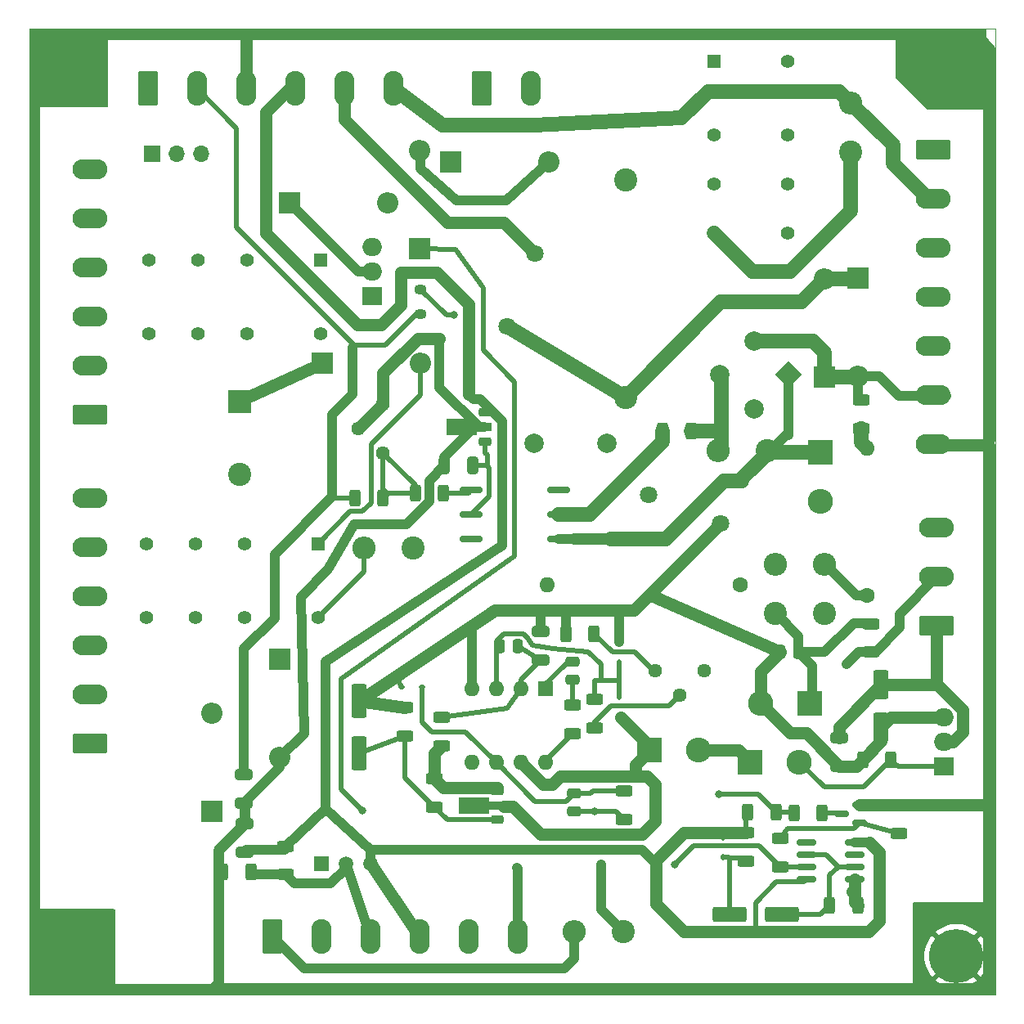
<source format=gbr>
%TF.GenerationSoftware,KiCad,Pcbnew,8.0.0*%
%TF.CreationDate,2024-02-29T13:53:57+01:00*%
%TF.ProjectId,G2-Control,47322d43-6f6e-4747-926f-6c2e6b696361,rev?*%
%TF.SameCoordinates,Original*%
%TF.FileFunction,Copper,L1,Top*%
%TF.FilePolarity,Positive*%
%FSLAX46Y46*%
G04 Gerber Fmt 4.6, Leading zero omitted, Abs format (unit mm)*
G04 Created by KiCad (PCBNEW 8.0.0) date 2024-02-29 13:53:57*
%MOMM*%
%LPD*%
G01*
G04 APERTURE LIST*
G04 Aperture macros list*
%AMRoundRect*
0 Rectangle with rounded corners*
0 $1 Rounding radius*
0 $2 $3 $4 $5 $6 $7 $8 $9 X,Y pos of 4 corners*
0 Add a 4 corners polygon primitive as box body*
4,1,4,$2,$3,$4,$5,$6,$7,$8,$9,$2,$3,0*
0 Add four circle primitives for the rounded corners*
1,1,$1+$1,$2,$3*
1,1,$1+$1,$4,$5*
1,1,$1+$1,$6,$7*
1,1,$1+$1,$8,$9*
0 Add four rect primitives between the rounded corners*
20,1,$1+$1,$2,$3,$4,$5,0*
20,1,$1+$1,$4,$5,$6,$7,0*
20,1,$1+$1,$6,$7,$8,$9,0*
20,1,$1+$1,$8,$9,$2,$3,0*%
%AMHorizOval*
0 Thick line with rounded ends*
0 $1 width*
0 $2 $3 position (X,Y) of the first rounded end (center of the circle)*
0 $4 $5 position (X,Y) of the second rounded end (center of the circle)*
0 Add line between two ends*
20,1,$1,$2,$3,$4,$5,0*
0 Add two circle primitives to create the rounded ends*
1,1,$1,$2,$3*
1,1,$1,$4,$5*%
%AMRotRect*
0 Rectangle, with rotation*
0 The origin of the aperture is its center*
0 $1 length*
0 $2 width*
0 $3 Rotation angle, in degrees counterclockwise*
0 Add horizontal line*
21,1,$1,$2,0,0,$3*%
%AMFreePoly0*
4,1,9,3.862500,-0.866500,0.737500,-0.866500,0.737500,-0.450000,-0.737500,-0.450000,-0.737500,0.450000,0.737500,0.450000,0.737500,0.866500,3.862500,0.866500,3.862500,-0.866500,3.862500,-0.866500,$1*%
G04 Aperture macros list end*
%TA.AperFunction,ComponentPad*%
%ADD10R,2.600000X2.600000*%
%TD*%
%TA.AperFunction,ComponentPad*%
%ADD11O,2.600000X2.600000*%
%TD*%
%TA.AperFunction,SMDPad,CuDef*%
%ADD12RoundRect,0.250000X-0.312500X-0.625000X0.312500X-0.625000X0.312500X0.625000X-0.312500X0.625000X0*%
%TD*%
%TA.AperFunction,SMDPad,CuDef*%
%ADD13RoundRect,0.112500X0.187500X0.112500X-0.187500X0.112500X-0.187500X-0.112500X0.187500X-0.112500X0*%
%TD*%
%TA.AperFunction,ComponentPad*%
%ADD14R,2.000000X1.905000*%
%TD*%
%TA.AperFunction,ComponentPad*%
%ADD15O,2.000000X1.905000*%
%TD*%
%TA.AperFunction,SMDPad,CuDef*%
%ADD16RoundRect,0.150000X0.825000X0.150000X-0.825000X0.150000X-0.825000X-0.150000X0.825000X-0.150000X0*%
%TD*%
%TA.AperFunction,SMDPad,CuDef*%
%ADD17RoundRect,0.112500X0.112500X-0.187500X0.112500X0.187500X-0.112500X0.187500X-0.112500X-0.187500X0*%
%TD*%
%TA.AperFunction,ComponentPad*%
%ADD18C,1.600000*%
%TD*%
%TA.AperFunction,ComponentPad*%
%ADD19O,1.600000X1.600000*%
%TD*%
%TA.AperFunction,ComponentPad*%
%ADD20C,5.600000*%
%TD*%
%TA.AperFunction,SMDPad,CuDef*%
%ADD21RoundRect,0.250000X0.250000X0.475000X-0.250000X0.475000X-0.250000X-0.475000X0.250000X-0.475000X0*%
%TD*%
%TA.AperFunction,ComponentPad*%
%ADD22R,1.500000X1.500000*%
%TD*%
%TA.AperFunction,ComponentPad*%
%ADD23C,1.500000*%
%TD*%
%TA.AperFunction,ComponentPad*%
%ADD24C,2.400000*%
%TD*%
%TA.AperFunction,ComponentPad*%
%ADD25O,2.400000X2.400000*%
%TD*%
%TA.AperFunction,SMDPad,CuDef*%
%ADD26RoundRect,0.250000X0.625000X-0.312500X0.625000X0.312500X-0.625000X0.312500X-0.625000X-0.312500X0*%
%TD*%
%TA.AperFunction,SMDPad,CuDef*%
%ADD27RoundRect,0.250000X0.650000X-0.325000X0.650000X0.325000X-0.650000X0.325000X-0.650000X-0.325000X0*%
%TD*%
%TA.AperFunction,SMDPad,CuDef*%
%ADD28RoundRect,0.250000X-0.625000X0.312500X-0.625000X-0.312500X0.625000X-0.312500X0.625000X0.312500X0*%
%TD*%
%TA.AperFunction,SMDPad,CuDef*%
%ADD29RoundRect,0.250000X-0.650000X0.325000X-0.650000X-0.325000X0.650000X-0.325000X0.650000X0.325000X0*%
%TD*%
%TA.AperFunction,ComponentPad*%
%ADD30R,2.200000X2.200000*%
%TD*%
%TA.AperFunction,ComponentPad*%
%ADD31O,2.200000X2.200000*%
%TD*%
%TA.AperFunction,ComponentPad*%
%ADD32C,1.800000*%
%TD*%
%TA.AperFunction,SMDPad,CuDef*%
%ADD33RoundRect,0.250000X0.475000X-0.250000X0.475000X0.250000X-0.475000X0.250000X-0.475000X-0.250000X0*%
%TD*%
%TA.AperFunction,ComponentPad*%
%ADD34R,1.400000X1.400000*%
%TD*%
%TA.AperFunction,ComponentPad*%
%ADD35C,1.400000*%
%TD*%
%TA.AperFunction,ComponentPad*%
%ADD36RoundRect,0.249999X-0.790001X-1.550001X0.790001X-1.550001X0.790001X1.550001X-0.790001X1.550001X0*%
%TD*%
%TA.AperFunction,ComponentPad*%
%ADD37O,2.080000X3.600000*%
%TD*%
%TA.AperFunction,SMDPad,CuDef*%
%ADD38RoundRect,0.250000X-0.250000X-0.475000X0.250000X-0.475000X0.250000X0.475000X-0.250000X0.475000X0*%
%TD*%
%TA.AperFunction,SMDPad,CuDef*%
%ADD39RoundRect,0.250000X-1.500000X-0.550000X1.500000X-0.550000X1.500000X0.550000X-1.500000X0.550000X0*%
%TD*%
%TA.AperFunction,ComponentPad*%
%ADD40R,1.300000X1.050000*%
%TD*%
%TA.AperFunction,ComponentPad*%
%ADD41O,1.300000X1.050000*%
%TD*%
%TA.AperFunction,SMDPad,CuDef*%
%ADD42RoundRect,0.250000X0.325000X0.650000X-0.325000X0.650000X-0.325000X-0.650000X0.325000X-0.650000X0*%
%TD*%
%TA.AperFunction,ComponentPad*%
%ADD43RoundRect,0.249999X1.550001X-0.790001X1.550001X0.790001X-1.550001X0.790001X-1.550001X-0.790001X0*%
%TD*%
%TA.AperFunction,ComponentPad*%
%ADD44O,3.600000X2.080000*%
%TD*%
%TA.AperFunction,ComponentPad*%
%ADD45RotRect,2.000000X2.000000X225.000000*%
%TD*%
%TA.AperFunction,ComponentPad*%
%ADD46HorizOval,2.000000X0.000000X0.000000X0.000000X0.000000X0*%
%TD*%
%TA.AperFunction,SMDPad,CuDef*%
%ADD47RoundRect,0.225000X0.425000X0.225000X-0.425000X0.225000X-0.425000X-0.225000X0.425000X-0.225000X0*%
%TD*%
%TA.AperFunction,SMDPad,CuDef*%
%ADD48FreePoly0,180.000000*%
%TD*%
%TA.AperFunction,ComponentPad*%
%ADD49R,1.700000X1.700000*%
%TD*%
%TA.AperFunction,ComponentPad*%
%ADD50O,1.700000X1.700000*%
%TD*%
%TA.AperFunction,ComponentPad*%
%ADD51RoundRect,0.249999X-1.550001X0.790001X-1.550001X-0.790001X1.550001X-0.790001X1.550001X0.790001X0*%
%TD*%
%TA.AperFunction,SMDPad,CuDef*%
%ADD52RoundRect,0.250000X0.312500X0.625000X-0.312500X0.625000X-0.312500X-0.625000X0.312500X-0.625000X0*%
%TD*%
%TA.AperFunction,ComponentPad*%
%ADD53R,1.600000X1.600000*%
%TD*%
%TA.AperFunction,SMDPad,CuDef*%
%ADD54RoundRect,0.150000X0.587500X0.150000X-0.587500X0.150000X-0.587500X-0.150000X0.587500X-0.150000X0*%
%TD*%
%TA.AperFunction,ComponentPad*%
%ADD55C,2.000000*%
%TD*%
%TA.AperFunction,SMDPad,CuDef*%
%ADD56RoundRect,0.250000X-0.550000X1.250000X-0.550000X-1.250000X0.550000X-1.250000X0.550000X1.250000X0*%
%TD*%
%TA.AperFunction,ComponentPad*%
%ADD57C,1.440000*%
%TD*%
%TA.AperFunction,ComponentPad*%
%ADD58R,2.400000X2.400000*%
%TD*%
%TA.AperFunction,SMDPad,CuDef*%
%ADD59RoundRect,0.250000X0.550000X-1.500000X0.550000X1.500000X-0.550000X1.500000X-0.550000X-1.500000X0*%
%TD*%
%TA.AperFunction,SMDPad,CuDef*%
%ADD60RoundRect,0.162500X1.012500X0.162500X-1.012500X0.162500X-1.012500X-0.162500X1.012500X-0.162500X0*%
%TD*%
%TA.AperFunction,ViaPad*%
%ADD61C,0.800000*%
%TD*%
%TA.AperFunction,Conductor*%
%ADD62C,1.000000*%
%TD*%
%TA.AperFunction,Conductor*%
%ADD63C,0.500000*%
%TD*%
%TA.AperFunction,Conductor*%
%ADD64C,1.300000*%
%TD*%
%TA.AperFunction,Conductor*%
%ADD65C,1.500000*%
%TD*%
%TA.AperFunction,Conductor*%
%ADD66C,1.100000*%
%TD*%
%TA.AperFunction,Conductor*%
%ADD67C,1.200000*%
%TD*%
%TA.AperFunction,Profile*%
%ADD68C,0.100000*%
%TD*%
G04 APERTURE END LIST*
D10*
%TO.P,D7,1,K*%
%TO.N,Net-(D7-K)*%
X160828213Y-109876069D03*
D11*
%TO.P,D7,2,A*%
%TO.N,CATHODE*%
X155748213Y-109876069D03*
%TD*%
D12*
%TO.P,R25,1*%
%TO.N,GNDPWR*%
X100026772Y-127307270D03*
%TO.P,R25,2*%
%TO.N,RESET-A*%
X102951772Y-127307270D03*
%TD*%
D13*
%TO.P,D3,1,K*%
%TO.N,Net-(D3-K)*%
X120705713Y-108166069D03*
%TO.P,D3,2,A*%
%TO.N,CATHODE*%
X118605713Y-108166069D03*
%TD*%
D14*
%TO.P,Q1,1,B*%
%TO.N,Net-(D2-A)*%
X174693213Y-116376069D03*
D15*
%TO.P,Q1,2,C*%
%TO.N,/+30V rail*%
X174693213Y-113836069D03*
%TO.P,Q1,3,E*%
%TO.N,CATHODE*%
X174693213Y-111296069D03*
%TD*%
D16*
%TO.P,U5,1,GND*%
%TO.N,GNDPWR*%
X165463213Y-128021069D03*
%TO.P,U5,2,TR*%
%TO.N,Net-(U5-THR)*%
X165463213Y-126751069D03*
%TO.P,U5,3,Q*%
%TO.N,unconnected-(U5-Q-Pad3)*%
X165463213Y-125481069D03*
%TO.P,U5,4,R*%
%TO.N,+12V REG IN*%
X165463213Y-124211069D03*
%TO.P,U5,5,CV*%
%TO.N,unconnected-(U5-CV-Pad5)*%
X160513213Y-124211069D03*
%TO.P,U5,6,THR*%
%TO.N,Net-(U5-THR)*%
X160513213Y-125481069D03*
%TO.P,U5,7,DIS*%
%TO.N,Aux trip in*%
X160513213Y-126751069D03*
%TO.P,U5,8,VCC*%
%TO.N,+12V REG IN*%
X160513213Y-128021069D03*
%TD*%
D17*
%TO.P,D5,1,K*%
%TO.N,Net-(D4-A)*%
X141113213Y-105610069D03*
%TO.P,D5,2,A*%
%TO.N,CATHODE*%
X141113213Y-103510069D03*
%TD*%
D18*
%TO.P,C8,1*%
%TO.N,Net-(C8-Pad1)*%
X153653213Y-97541069D03*
D19*
%TO.P,C8,2*%
%TO.N,-Ig2*%
X133653213Y-97541069D03*
%TD*%
D20*
%TO.P,H1,1,1*%
%TO.N,GNDPWR*%
X176000000Y-44000000D03*
%TD*%
%TO.P,H4,1,1*%
%TO.N,GNDPWR*%
X176000000Y-136000000D03*
%TD*%
D21*
%TO.P,C11,1*%
%TO.N,Net-(D7-K)*%
X159668213Y-104541069D03*
%TO.P,C11,2*%
%TO.N,CATHODE*%
X157768213Y-104541069D03*
%TD*%
D18*
%TO.P,LK3,1,A*%
%TO.N,Net-(LK3-A)*%
X166708213Y-98676069D03*
D19*
%TO.P,LK3,2,B*%
%TO.N,-Ig2*%
X166708213Y-83436069D03*
%TD*%
D22*
%TO.P,Q4,1,C*%
%TO.N,ALARM_LED_ANODE*%
X110252213Y-126466069D03*
D23*
%TO.P,Q4,2,B*%
%TO.N,RESET-A*%
X112792213Y-126466069D03*
%TO.P,Q4,3,E*%
%TO.N,+12V REG IN*%
X115332213Y-126466069D03*
%TD*%
D12*
%TO.P,R3,1*%
%TO.N,CATHODE*%
X166315713Y-115666069D03*
%TO.P,R3,2*%
%TO.N,Net-(D2-A)*%
X169240713Y-115666069D03*
%TD*%
D24*
%TO.P,R10,1*%
%TO.N,Net-(D7-K)*%
X157278213Y-100531069D03*
D25*
%TO.P,R10,2*%
%TO.N,/R12*%
X157278213Y-95451069D03*
%TD*%
D26*
%TO.P,R22,1*%
%TO.N,Aux trip in*%
X157810000Y-126762500D03*
%TO.P,R22,2*%
%TO.N,Net-(Q5-B)*%
X157810000Y-123837500D03*
%TD*%
D27*
%TO.P,C7,1*%
%TO.N,Net-(U2--)*%
X132985213Y-105366069D03*
%TO.P,C7,2*%
%TO.N,CATHODE*%
X132985213Y-102416069D03*
%TD*%
D28*
%TO.P,R2,1*%
%TO.N,CATHODE*%
X118888213Y-110293569D03*
%TO.P,R2,2*%
%TO.N,Net-(U1-ADJ)*%
X118888213Y-113218569D03*
%TD*%
D26*
%TO.P,R20,1*%
%TO.N,Net-(D11-K)*%
X154218213Y-126168569D03*
%TO.P,R20,2*%
%TO.N,+12V REG IN*%
X154218213Y-123243569D03*
%TD*%
D29*
%TO.P,C14,1*%
%TO.N,G1 trip in*%
X102258213Y-117191069D03*
%TO.P,C14,2*%
%TO.N,GNDPWR*%
X102258213Y-120141069D03*
%TD*%
D10*
%TO.P,D1,1,K*%
%TO.N,/+30V rail*%
X144268213Y-114686069D03*
D11*
%TO.P,D1,2,A*%
%TO.N,Net-(D1-A)*%
X149348213Y-114686069D03*
%TD*%
D17*
%TO.P,D4,1,K*%
%TO.N,/+30V rail*%
X141113213Y-111291069D03*
%TO.P,D4,2,A*%
%TO.N,Net-(D4-A)*%
X141113213Y-109191069D03*
%TD*%
D20*
%TO.P,H3,1,1*%
%TO.N,GNDPWR*%
X84000000Y-136000000D03*
%TD*%
D30*
%TO.P,D9,1,K*%
%TO.N,-Ig2*%
X165820213Y-65818069D03*
D31*
%TO.P,D9,2,A*%
%TO.N,+Ig2*%
X165820213Y-75978069D03*
%TD*%
D12*
%TO.P,R27,1*%
%TO.N,Net-(Q6-G)*%
X159195713Y-121156069D03*
%TO.P,R27,2*%
%TO.N,Net-(Q5-C)*%
X162120713Y-121156069D03*
%TD*%
D14*
%TO.P,Q6,1,G*%
%TO.N,Net-(Q6-G)*%
X115515213Y-67696069D03*
D15*
%TO.P,Q6,2,D*%
%TO.N,Net-(D12-K)*%
X115515213Y-65156069D03*
%TO.P,Q6,3,S*%
%TO.N,+12{slash}24V HV ENABLE*%
X115515213Y-62616069D03*
%TD*%
D27*
%TO.P,C13,1*%
%TO.N,+12V REG IN*%
X102298213Y-125206069D03*
%TO.P,C13,2*%
%TO.N,GNDPWR*%
X102298213Y-122256069D03*
%TD*%
D31*
%TO.P,D14,2,A*%
%TO.N,Net-(D14-A)*%
X133830000Y-53750000D03*
D30*
%TO.P,D14,1,K*%
%TO.N,+12{slash}24V HV ENABLE*%
X123670000Y-53750000D03*
%TD*%
D26*
%TO.P,R6,1*%
%TO.N,Net-(U1-VI)*%
X122698213Y-114243569D03*
%TO.P,R6,2*%
%TO.N,Net-(U2--)*%
X122698213Y-111318569D03*
%TD*%
D32*
%TO.P,VDR2,1*%
%TO.N,-Ig2*%
X129503213Y-70811069D03*
%TO.P,VDR2,2*%
%TO.N,CATHODE*%
X132403213Y-63311069D03*
%TD*%
D33*
%TO.P,C4,1*%
%TO.N,/Q2G*%
X136446963Y-121031069D03*
%TO.P,C4,2*%
%TO.N,Net-(D3-K)*%
X136446963Y-119131069D03*
%TD*%
D24*
%TO.P,R15,1*%
%TO.N,Net-(BR1-+)*%
X156403213Y-83686069D03*
D25*
%TO.P,R15,2*%
%TO.N,Net-(BR1--)*%
X151323213Y-83686069D03*
%TD*%
D30*
%TO.P,D13,1,K*%
%TO.N,+12{slash}24V HV ENABLE*%
X105958213Y-105296069D03*
D31*
%TO.P,D13,2,A*%
%TO.N,GNDPWR*%
X105958213Y-115456069D03*
%TD*%
D34*
%TO.P,K1,1*%
%TO.N,Net-(D14-A)*%
X150892213Y-43344569D03*
D35*
%TO.P,K1,4*%
%TO.N,G2 UNREG TX IN*%
X150892213Y-50964569D03*
%TO.P,K1,6*%
%TO.N,unconnected-(K1-Pad6)*%
X150892213Y-56044569D03*
%TO.P,K1,8*%
%TO.N,/R12*%
X150892213Y-61124569D03*
%TO.P,K1,9*%
%TO.N,-Ig2*%
X158512213Y-61124569D03*
%TO.P,K1,11*%
%TO.N,CATHODE*%
X158512213Y-56044569D03*
%TO.P,K1,13*%
%TO.N,G2-REG-OUT*%
X158512213Y-50964569D03*
%TO.P,K1,16*%
%TO.N,+12{slash}24V HV ENABLE*%
X158512213Y-43344569D03*
%TD*%
D17*
%TO.P,D11,1,K*%
%TO.N,Net-(D11-K)*%
X151810000Y-125790000D03*
%TO.P,D11,2,A*%
%TO.N,+12V REG IN*%
X151810000Y-123690000D03*
%TD*%
D30*
%TO.P,D10,1,K*%
%TO.N,+Ig2*%
X162373013Y-76078069D03*
D31*
%TO.P,D10,2,A*%
%TO.N,-Ig2*%
X162373013Y-65918069D03*
%TD*%
D24*
%TO.P,C9,1*%
%TO.N,-Ig2*%
X141748213Y-78131069D03*
%TO.P,C9,2*%
%TO.N,CATHODE*%
X141748213Y-55631069D03*
%TD*%
D28*
%TO.P,R4,1*%
%TO.N,Net-(D3-K)*%
X141621963Y-118933569D03*
%TO.P,R4,2*%
%TO.N,/Q2G*%
X141621963Y-121858569D03*
%TD*%
D36*
%TO.P,J1,1,Pin_1*%
%TO.N,ALARM_LED_CATHODE*%
X105172213Y-133946069D03*
D37*
%TO.P,J1,2,Pin_2*%
%TO.N,ALARM_LED_ANODE*%
X110252213Y-133946069D03*
%TO.P,J1,3,Pin_3*%
%TO.N,RESET-A*%
X115332213Y-133946069D03*
%TO.P,J1,4,Pin_4*%
%TO.N,+12V REG IN*%
X120412213Y-133946069D03*
%TO.P,J1,5,Pin_5*%
%TO.N,PTT_L*%
X125492213Y-133946069D03*
%TO.P,J1,6,Pin_6*%
%TO.N,+12{slash}24V HV ENABLE*%
X130572213Y-133946069D03*
%TD*%
D26*
%TO.P,R7,1*%
%TO.N,Net-(R7-Pad1)*%
X138573213Y-112338569D03*
%TO.P,R7,2*%
%TO.N,Net-(D4-A)*%
X138573213Y-109413569D03*
%TD*%
D38*
%TO.P,C6,1*%
%TO.N,Net-(D4-A)*%
X128733213Y-103891069D03*
%TO.P,C6,2*%
%TO.N,Net-(U2--)*%
X130633213Y-103891069D03*
%TD*%
D12*
%TO.P,R19,1*%
%TO.N,Net-(U5-THR)*%
X162875713Y-130736069D03*
%TO.P,R19,2*%
%TO.N,GNDPWR*%
X165800713Y-130736069D03*
%TD*%
D39*
%TO.P,C16,1*%
%TO.N,Net-(D11-K)*%
X152510213Y-131704069D03*
%TO.P,C16,2*%
%TO.N,Net-(U5-THR)*%
X157910213Y-131704069D03*
%TD*%
D24*
%TO.P,R13,1*%
%TO.N,/R12*%
X165068213Y-52776069D03*
D25*
%TO.P,R13,2*%
%TO.N,G2 UNREG IN*%
X165068213Y-47696069D03*
%TD*%
D40*
%TO.P,Q3,1,K*%
%TO.N,GNDPWR*%
X120558213Y-72046069D03*
D41*
%TO.P,Q3,2,G*%
%TO.N,G1 trip in*%
X120558213Y-69506069D03*
%TO.P,Q3,3,A*%
%TO.N,Aux trip in*%
X120558213Y-66966069D03*
%TD*%
D42*
%TO.P,C12,1*%
%TO.N,+5V*%
X125953213Y-85226069D03*
%TO.P,C12,2*%
%TO.N,GNDPWR*%
X123003213Y-85226069D03*
%TD*%
D28*
%TO.P,R5,1*%
%TO.N,Net-(C5-Pad1)*%
X136287213Y-110048569D03*
%TO.P,R5,2*%
%TO.N,Net-(U2-FC)*%
X136287213Y-112973569D03*
%TD*%
D43*
%TO.P,J2,1,Pin_1*%
%TO.N,/+30V rail*%
X173960713Y-101826069D03*
D44*
%TO.P,J2,2,Pin_2*%
%TO.N,/Q2G*%
X173960713Y-96746069D03*
%TO.P,J2,3,Pin_3*%
%TO.N,/R12*%
X173960713Y-91666069D03*
%TD*%
D36*
%TO.P,J104,1,Pin_1*%
%TO.N,+24V Unreg in*%
X92318213Y-46186069D03*
D37*
%TO.P,J104,2,Pin_2*%
%TO.N,G1 trip in*%
X97398213Y-46186069D03*
%TO.P,J104,3,Pin_3*%
%TO.N,GNDPWR*%
X102478213Y-46186069D03*
%TO.P,J104,4,Pin_4*%
%TO.N,+12V REG IN*%
X107558213Y-46186069D03*
%TO.P,J104,5,Pin_5*%
%TO.N,CATHODE*%
X112638213Y-46186069D03*
%TO.P,J104,6,Pin_6*%
%TO.N,G2 UNREG IN*%
X117718213Y-46186069D03*
%TD*%
D45*
%TO.P,BR1,1,+*%
%TO.N,Net-(BR1-+)*%
X158618747Y-75824069D03*
D46*
%TO.P,BR1,2*%
%TO.N,+Ig2*%
X155083213Y-72288535D03*
%TO.P,BR1,3,-*%
%TO.N,Net-(BR1--)*%
X151547679Y-75824069D03*
%TO.P,BR1,4*%
%TO.N,/R12*%
X155083213Y-79359603D03*
%TD*%
D24*
%TO.P,R21,1*%
%TO.N,Aux trip in*%
X141485000Y-133500000D03*
D25*
%TO.P,R21,2*%
%TO.N,ALARM_LED_CATHODE*%
X136405000Y-133500000D03*
%TD*%
D20*
%TO.P,H2,1,1*%
%TO.N,GNDPWR*%
X84000000Y-44000000D03*
%TD*%
D29*
%TO.P,C3,1*%
%TO.N,/+30V rail*%
X163878213Y-113391069D03*
%TO.P,C3,2*%
%TO.N,CATHODE*%
X163878213Y-116341069D03*
%TD*%
D26*
%TO.P,R23,1*%
%TO.N,Net-(Q5-B)*%
X170040000Y-123302500D03*
%TO.P,R23,2*%
%TO.N,GNDPWR*%
X170040000Y-120377500D03*
%TD*%
%TO.P,R17,1*%
%TO.N,-Ig2*%
X166132213Y-81378569D03*
%TO.P,R17,2*%
%TO.N,+Ig2*%
X166132213Y-78453569D03*
%TD*%
D30*
%TO.P,D12,1,K*%
%TO.N,Net-(D12-K)*%
X106950213Y-58044069D03*
D31*
%TO.P,D12,2,A*%
%TO.N,+12{slash}24V HV ENABLE*%
X117110213Y-58044069D03*
%TD*%
D26*
%TO.P,R11,1*%
%TO.N,/Q2G*%
X167178213Y-104508569D03*
%TO.P,R11,2*%
%TO.N,Net-(D7-K)*%
X167178213Y-101583569D03*
%TD*%
D36*
%TO.P,J4,1,Pin_1*%
%TO.N,+12{slash}24V HV ENABLE*%
X126910000Y-46202500D03*
D37*
%TO.P,J4,2,Pin_2*%
%TO.N,Aux trip in*%
X131990000Y-46202500D03*
%TD*%
D43*
%TO.P,J103,1,Pin_1*%
%TO.N,Net-(J103-Pin_1)*%
X86338213Y-114004069D03*
D44*
%TO.P,J103,2,Pin_2*%
%TO.N,Net-(J103-Pin_2)*%
X86338213Y-108924069D03*
%TO.P,J103,3,Pin_3*%
%TO.N,Net-(J103-Pin_3)*%
X86338213Y-103844069D03*
%TO.P,J103,4,Pin_4*%
%TO.N,Net-(J103-Pin_4)*%
X86338213Y-98764069D03*
%TO.P,J103,5,Pin_5*%
%TO.N,Net-(J103-Pin_5)*%
X86338213Y-93684069D03*
%TO.P,J103,6,Pin_6*%
%TO.N,Net-(J103-Pin_6)*%
X86338213Y-88604069D03*
%TD*%
D10*
%TO.P,D8,1,K*%
%TO.N,Net-(BR1-+)*%
X161888213Y-83821069D03*
D11*
%TO.P,D8,2,A*%
%TO.N,Net-(BR1--)*%
X161888213Y-88901069D03*
%TD*%
D33*
%TO.P,C5,1*%
%TO.N,Net-(C5-Pad1)*%
X136287213Y-107381069D03*
%TO.P,C5,2*%
%TO.N,Net-(C5-Pad2)*%
X136287213Y-105481069D03*
%TD*%
D30*
%TO.P,D15,1,K*%
%TO.N,Net-(D15-K)*%
X110358213Y-74636069D03*
D31*
%TO.P,D15,2,A*%
%TO.N,Net-(D15-A)*%
X120518213Y-74636069D03*
%TD*%
D24*
%TO.P,R28,1*%
%TO.N,+12{slash}24V HV ENABLE*%
X119723213Y-93716069D03*
D25*
%TO.P,R28,2*%
%TO.N,Net-(D15-K)*%
X114643213Y-93716069D03*
%TD*%
D12*
%TO.P,R18,1*%
%TO.N,Net-(R18-Pad1)*%
X119985713Y-88036069D03*
%TO.P,R18,2*%
%TO.N,Net-(R18-Pad2)*%
X122910713Y-88036069D03*
%TD*%
D47*
%TO.P,U1,1,ADJ*%
%TO.N,Net-(U1-ADJ)*%
X128458213Y-121901069D03*
D48*
%TO.P,U1,2,VO*%
%TO.N,/+30V rail*%
X128370713Y-120401069D03*
D47*
%TO.P,U1,3,VI*%
%TO.N,Net-(U1-VI)*%
X128458213Y-118901069D03*
%TD*%
D30*
%TO.P,D16,1,K*%
%TO.N,PTT_L*%
X120430000Y-62750000D03*
D31*
%TO.P,D16,2,A*%
%TO.N,Net-(D14-A)*%
X120430000Y-52590000D03*
%TD*%
D49*
%TO.P,JP101,1,A*%
%TO.N,+24V Unreg in*%
X92741213Y-52964069D03*
D50*
%TO.P,JP101,2,C*%
%TO.N,Net-(D12-K)*%
X95281213Y-52964069D03*
%TO.P,JP101,3,B*%
%TO.N,+12V REG IN*%
X97821213Y-52964069D03*
%TD*%
D51*
%TO.P,J3,1,Pin_1*%
%TO.N,G2 UNREG TX IN*%
X173581789Y-52548877D03*
D44*
%TO.P,J3,2,Pin_2*%
%TO.N,G2 UNREG IN*%
X173581789Y-57628877D03*
%TO.P,J3,3,Pin_3*%
%TO.N,G2-REG-OUT*%
X173581789Y-62708877D03*
%TO.P,J3,4,Pin_4*%
%TO.N,CATHODE*%
X173581789Y-67788877D03*
%TO.P,J3,5,Pin_5*%
%TO.N,-Ig2*%
X173581789Y-72868877D03*
%TO.P,J3,6,Pin_6*%
%TO.N,+Ig2*%
X173581789Y-77948877D03*
%TO.P,J3,7,Pin_7*%
%TO.N,GNDPWR*%
X173581789Y-83028877D03*
%TD*%
D52*
%TO.P,R29,1*%
%TO.N,Net-(R18-Pad1)*%
X116630713Y-88596069D03*
%TO.P,R29,2*%
%TO.N,G1 trip in*%
X113705713Y-88596069D03*
%TD*%
D53*
%TO.P,U2,1,NULL*%
%TO.N,Net-(C5-Pad2)*%
X133483213Y-108346069D03*
D19*
%TO.P,U2,2,-*%
%TO.N,Net-(U2--)*%
X130943213Y-108346069D03*
%TO.P,U2,3,+*%
%TO.N,Net-(D4-A)*%
X128403213Y-108346069D03*
%TO.P,U2,4,V-*%
%TO.N,CATHODE*%
X125863213Y-108346069D03*
%TO.P,U2,5,NULL*%
%TO.N,unconnected-(U2-NULL-Pad5)*%
X125863213Y-115966069D03*
%TO.P,U2,6*%
%TO.N,Net-(D3-K)*%
X128403213Y-115966069D03*
%TO.P,U2,7,V+*%
%TO.N,/+30V rail*%
X130943213Y-115966069D03*
%TO.P,U2,8,FC*%
%TO.N,Net-(U2-FC)*%
X133483213Y-115966069D03*
%TD*%
D34*
%TO.P,K2,1*%
%TO.N,Net-(D14-A)*%
X110219713Y-63933569D03*
D35*
%TO.P,K2,4*%
%TO.N,Net-(J102-Pin_5)*%
X102599713Y-63933569D03*
%TO.P,K2,6*%
%TO.N,Net-(J102-Pin_6)*%
X97519713Y-63933569D03*
%TO.P,K2,8*%
%TO.N,Net-(J102-Pin_4)*%
X92439713Y-63933569D03*
%TO.P,K2,9*%
%TO.N,Net-(J102-Pin_1)*%
X92439713Y-71553569D03*
%TO.P,K2,11*%
%TO.N,Net-(J102-Pin_3)*%
X97519713Y-71553569D03*
%TO.P,K2,13*%
%TO.N,Net-(J102-Pin_2)*%
X102599713Y-71553569D03*
%TO.P,K2,16*%
%TO.N,+12{slash}24V HV ENABLE*%
X110219713Y-71553569D03*
%TD*%
D12*
%TO.P,R26,1*%
%TO.N,+12V REG IN*%
X154415713Y-121116069D03*
%TO.P,R26,2*%
%TO.N,Net-(Q6-G)*%
X157340713Y-121116069D03*
%TD*%
D43*
%TO.P,J102,1,Pin_1*%
%TO.N,Net-(J102-Pin_1)*%
X86348213Y-79946069D03*
D44*
%TO.P,J102,2,Pin_2*%
%TO.N,Net-(J102-Pin_2)*%
X86348213Y-74866069D03*
%TO.P,J102,3,Pin_3*%
%TO.N,Net-(J102-Pin_3)*%
X86348213Y-69786069D03*
%TO.P,J102,4,Pin_4*%
%TO.N,Net-(J102-Pin_4)*%
X86348213Y-64706069D03*
%TO.P,J102,5,Pin_5*%
%TO.N,Net-(J102-Pin_5)*%
X86348213Y-59626069D03*
%TO.P,J102,6,Pin_6*%
%TO.N,Net-(J102-Pin_6)*%
X86348213Y-54546069D03*
%TD*%
D54*
%TO.P,Q5,1,B*%
%TO.N,Net-(Q5-B)*%
X165995713Y-122226069D03*
%TO.P,Q5,2,E*%
%TO.N,GNDPWR*%
X165995713Y-120326069D03*
%TO.P,Q5,3,C*%
%TO.N,Net-(Q5-C)*%
X164120713Y-121276069D03*
%TD*%
D34*
%TO.P,K3,1*%
%TO.N,Net-(D15-A)*%
X109948213Y-93296069D03*
D35*
%TO.P,K3,4*%
%TO.N,Net-(J103-Pin_5)*%
X102328213Y-93296069D03*
%TO.P,K3,6*%
%TO.N,Net-(J103-Pin_6)*%
X97248213Y-93296069D03*
%TO.P,K3,8*%
%TO.N,Net-(J103-Pin_4)*%
X92168213Y-93296069D03*
%TO.P,K3,9*%
%TO.N,Net-(J103-Pin_1)*%
X92168213Y-100916069D03*
%TO.P,K3,11*%
%TO.N,Net-(J103-Pin_3)*%
X97248213Y-100916069D03*
%TO.P,K3,13*%
%TO.N,Net-(J103-Pin_2)*%
X102328213Y-100916069D03*
%TO.P,K3,16*%
%TO.N,Net-(D15-K)*%
X109948213Y-100916069D03*
%TD*%
D55*
%TO.P,C10,1*%
%TO.N,/R12*%
X139783213Y-82936069D03*
%TO.P,C10,2*%
%TO.N,CATHODE*%
X132283213Y-82936069D03*
%TD*%
D26*
%TO.P,R24,1*%
%TO.N,RESET-A*%
X106508213Y-127568569D03*
%TO.P,R24,2*%
%TO.N,+12V REG IN*%
X106508213Y-124643569D03*
%TD*%
D56*
%TO.P,C2,1*%
%TO.N,/+30V rail*%
X168228213Y-107906069D03*
%TO.P,C2,2*%
%TO.N,CATHODE*%
X168228213Y-112306069D03*
%TD*%
D12*
%TO.P,R9,1*%
%TO.N,CATHODE*%
X135580713Y-102631069D03*
%TO.P,R9,2*%
%TO.N,Net-(R9-Pad2)*%
X138505713Y-102631069D03*
%TD*%
D57*
%TO.P,RV1,1,1*%
%TO.N,Net-(R9-Pad2)*%
X144796213Y-106446069D03*
%TO.P,RV1,2,2*%
%TO.N,Net-(R7-Pad1)*%
X147336213Y-108986069D03*
%TO.P,RV1,3,3*%
%TO.N,Net-(C8-Pad1)*%
X149876213Y-106446069D03*
%TD*%
D58*
%TO.P,C17,1*%
%TO.N,Net-(D15-K)*%
X101810000Y-78602220D03*
D24*
%TO.P,C17,2*%
%TO.N,Net-(D15-A)*%
X101810000Y-86102220D03*
%TD*%
D30*
%TO.P,D17,1,K*%
%TO.N,PTT_L*%
X98888213Y-120996069D03*
D31*
%TO.P,D17,2,A*%
%TO.N,Net-(D15-A)*%
X98888213Y-110836069D03*
%TD*%
D12*
%TO.P,R16,1*%
%TO.N,Net-(R16-Pad1)*%
X145619713Y-81666069D03*
%TO.P,R16,2*%
%TO.N,Net-(BR1--)*%
X148544713Y-81666069D03*
%TD*%
D32*
%TO.P,VDR1,1*%
%TO.N,/R12*%
X144114213Y-88282069D03*
%TO.P,VDR1,2*%
%TO.N,CATHODE*%
X151614213Y-91182069D03*
%TD*%
D47*
%TO.P,U4,1,OUT*%
%TO.N,+5V*%
X127248213Y-82716069D03*
D48*
%TO.P,U4,2,GND*%
%TO.N,GNDPWR*%
X127160713Y-81216069D03*
D47*
%TO.P,U4,3,IN*%
%TO.N,+12V REG IN*%
X127248213Y-79716069D03*
%TD*%
D59*
%TO.P,C1,1*%
%TO.N,Net-(U1-ADJ)*%
X114128213Y-114966069D03*
%TO.P,C1,2*%
%TO.N,CATHODE*%
X114128213Y-109566069D03*
%TD*%
D28*
%TO.P,R1,1*%
%TO.N,Net-(U1-VI)*%
X121968213Y-117668569D03*
%TO.P,R1,2*%
%TO.N,Net-(U1-ADJ)*%
X121968213Y-120593569D03*
%TD*%
D57*
%TO.P,RV2,1,1*%
%TO.N,GNDPWR*%
X116658213Y-78866069D03*
%TO.P,RV2,2,2*%
X114118213Y-81406069D03*
%TO.P,RV2,3,3*%
%TO.N,Net-(R18-Pad1)*%
X116658213Y-83946069D03*
%TD*%
D10*
%TO.P,D2,1,K*%
%TO.N,Net-(D1-A)*%
X154663213Y-115896069D03*
D11*
%TO.P,D2,2,A*%
%TO.N,Net-(D2-A)*%
X159743213Y-115896069D03*
%TD*%
D24*
%TO.P,R8,1*%
%TO.N,Net-(C8-Pad1)*%
X162336213Y-100514069D03*
D25*
%TO.P,R8,2*%
%TO.N,Net-(LK3-A)*%
X162336213Y-95434069D03*
%TD*%
D60*
%TO.P,U3,1*%
%TO.N,Net-(BR1-+)*%
X134843213Y-92842069D03*
%TO.P,U3,2*%
%TO.N,Net-(R16-Pad1)*%
X134843213Y-90302069D03*
%TO.P,U3,3,NC*%
%TO.N,unconnected-(U3-NC-Pad3)*%
X134843213Y-87762069D03*
%TO.P,U3,4*%
%TO.N,Net-(R18-Pad2)*%
X125793213Y-87762069D03*
%TO.P,U3,5*%
%TO.N,+5V*%
X125793213Y-90302069D03*
%TO.P,U3,6*%
%TO.N,unconnected-(U3-Pad6)*%
X125793213Y-92842069D03*
%TD*%
D61*
%TO.N,GNDPWR*%
X165243213Y-129291069D03*
%TO.N,PTT_L*%
X114500000Y-120946069D03*
%TO.N,+12{slash}24V HV ENABLE*%
X130487874Y-126822126D03*
%TO.N,Net-(Q6-G)*%
X151400213Y-119258069D03*
%TO.N,Aux trip in*%
X146828213Y-126500000D03*
X123968213Y-69601069D03*
X139208213Y-126500000D03*
%TO.N,/Q2G*%
X138573213Y-121036069D03*
X164608213Y-105796069D03*
%TD*%
D62*
%TO.N,Net-(D7-K)*%
X166781213Y-101539569D02*
X165360431Y-101539569D01*
X165360431Y-101539569D02*
X162358931Y-104541069D01*
X162358931Y-104541069D02*
X159668213Y-104541069D01*
%TO.N,/Q2G*%
X164608213Y-105796069D02*
X165939713Y-104464569D01*
X165939713Y-104464569D02*
X167655431Y-104464569D01*
X167655431Y-104464569D02*
X170140000Y-101980000D01*
X170140000Y-101980000D02*
X170140000Y-100566782D01*
X170140000Y-100566782D02*
X173960713Y-96746069D01*
%TO.N,+12V REG IN*%
X110740000Y-120790000D02*
X106508213Y-124643569D01*
X125500000Y-77792856D02*
X126048213Y-78341069D01*
X110740000Y-105554282D02*
X110740000Y-120790000D01*
X126048213Y-78341069D02*
X126693213Y-78341069D01*
X126693213Y-78341069D02*
X128978213Y-80626069D01*
X128978213Y-93516069D02*
X110740000Y-105554282D01*
X128978213Y-80626069D02*
X128978213Y-93516069D01*
X110740000Y-120790000D02*
X115332213Y-125000000D01*
%TO.N,G1 trip in*%
X111398213Y-88436069D02*
X111398213Y-79911787D01*
X111398213Y-79911787D02*
X113509319Y-77800681D01*
X113509319Y-77800681D02*
X113509319Y-73013675D01*
D63*
X120118213Y-69506069D02*
X116888213Y-72736069D01*
X116888213Y-72736069D02*
X113676069Y-72736069D01*
X113676069Y-72736069D02*
X101500000Y-60560000D01*
X101500000Y-60560000D02*
X101500000Y-50287856D01*
X101500000Y-50287856D02*
X97398213Y-46186069D01*
D64*
%TO.N,+12V REG IN*%
X125500000Y-77792856D02*
X125500000Y-68500000D01*
X116433782Y-70670000D02*
X113988144Y-70670000D01*
X113988144Y-70670000D02*
X104500000Y-61181856D01*
X122176069Y-65176069D02*
X118463213Y-65176069D01*
X118463213Y-65176069D02*
X118463213Y-68640569D01*
X125500000Y-68500000D02*
X122176069Y-65176069D01*
X118463213Y-68640569D02*
X116433782Y-70670000D01*
X104500000Y-61181856D02*
X104500000Y-48632482D01*
X104500000Y-48632482D02*
X106946413Y-46186069D01*
X106946413Y-46186069D02*
X107558213Y-46186069D01*
D65*
%TO.N,G2 UNREG IN*%
X165068213Y-47696069D02*
X169420000Y-52047856D01*
X169420000Y-53920000D02*
X173128877Y-57628877D01*
X169420000Y-52047856D02*
X169420000Y-53920000D01*
%TO.N,/R12*%
X150892213Y-61124569D02*
X154887644Y-65120000D01*
X154887644Y-65120000D02*
X158806930Y-65120000D01*
X158806930Y-65120000D02*
X165068213Y-58858717D01*
X165068213Y-58858717D02*
X165068213Y-52776069D01*
D62*
%TO.N,Net-(D14-A)*%
X129413213Y-57806069D02*
X133830000Y-53750000D01*
D63*
%TO.N,PTT_L*%
X127000000Y-66847856D02*
X127000000Y-73267856D01*
D65*
%TO.N,G2 UNREG IN*%
X132260000Y-49952500D02*
X122830000Y-50000000D01*
X147556616Y-49250000D02*
X132260000Y-49952500D01*
X122830000Y-50000000D02*
X117718213Y-46186069D01*
D63*
%TO.N,PTT_L*%
X127000000Y-66847856D02*
X124180000Y-62860000D01*
X124180000Y-62860000D02*
X120430000Y-62750000D01*
D62*
%TO.N,Net-(D14-A)*%
X124206579Y-57806069D02*
X120490000Y-54490000D01*
X120490000Y-54490000D02*
X120430000Y-52590000D01*
D63*
%TO.N,+5V*%
X127648213Y-85456069D02*
X127468213Y-85276069D01*
X127248213Y-83896069D02*
X127248213Y-82716069D01*
X127468213Y-84116069D02*
X127248213Y-83896069D01*
X127468213Y-85276069D02*
X127468213Y-84116069D01*
X125793213Y-90302069D02*
X127648213Y-88447069D01*
X125953213Y-85226069D02*
X127418213Y-85226069D01*
X127418213Y-85226069D02*
X127468213Y-85276069D01*
X127648213Y-88447069D02*
X127648213Y-85456069D01*
D62*
%TO.N,GNDPWR*%
X105998213Y-115456069D02*
X108498213Y-112956069D01*
D64*
X178648695Y-139351305D02*
X175024074Y-139351305D01*
D62*
X110940000Y-95920000D02*
X113693931Y-91306069D01*
D64*
X102478213Y-46186069D02*
X102478213Y-40670069D01*
X179057678Y-120326069D02*
X179367449Y-120016298D01*
D62*
X121428213Y-86801069D02*
X123003213Y-85226069D01*
D66*
X102298213Y-122256069D02*
X102298213Y-120181069D01*
D64*
X179356918Y-86335411D02*
X179356918Y-83207411D01*
X174970756Y-83099833D02*
X179249340Y-83099833D01*
D66*
X84344213Y-40560069D02*
X84344213Y-44074069D01*
X171762213Y-40560069D02*
X175022213Y-43820069D01*
D64*
X116658213Y-78866069D02*
X114118213Y-81406069D01*
X179249340Y-83099833D02*
X179356918Y-83207411D01*
D62*
X113693931Y-91306069D02*
X119074355Y-91306069D01*
D64*
X179360941Y-138639059D02*
X178648695Y-139351305D01*
X102478213Y-40670069D02*
X102468213Y-40660069D01*
D62*
X108498213Y-112956069D02*
X108190000Y-98820000D01*
D64*
X165243213Y-129291069D02*
X165463213Y-129511069D01*
X178070213Y-40772069D02*
X175022213Y-43820069D01*
X116658213Y-75667641D02*
X116658213Y-78866069D01*
D62*
X105958213Y-116314927D02*
X105958213Y-115456067D01*
D64*
X175024074Y-139351305D02*
X175019231Y-139346462D01*
D62*
X122500000Y-77127056D02*
X122500000Y-72046069D01*
X126113213Y-81216069D02*
X127160713Y-81216069D01*
D64*
X165463213Y-128021069D02*
X165463213Y-129071069D01*
X165463213Y-129511069D02*
X165463213Y-130398569D01*
X165463213Y-130398569D02*
X165800713Y-130736069D01*
D62*
X123003213Y-85226069D02*
X123003213Y-84326069D01*
X108190000Y-98820000D02*
X110940000Y-95920000D01*
D64*
X178070213Y-40772069D02*
X179367449Y-42069305D01*
D62*
X123003213Y-84326069D02*
X126113213Y-81216069D01*
D64*
X165463213Y-129071069D02*
X165243213Y-129291069D01*
D62*
X127160713Y-81216069D02*
X126589013Y-81216069D01*
X126589013Y-81216069D02*
X122500000Y-77127056D01*
D66*
X99584213Y-138762249D02*
X99000000Y-139346462D01*
D64*
X120279785Y-72046069D02*
X116658213Y-75667641D01*
D66*
X84344213Y-40560069D02*
X171762213Y-40560069D01*
D62*
X119074355Y-91306069D02*
X121428213Y-88952211D01*
D64*
X179360941Y-86520392D02*
X179360941Y-138639059D01*
D66*
X99584213Y-124970069D02*
X99584213Y-138762249D01*
D64*
X175019231Y-139346462D02*
X99000000Y-139346462D01*
D62*
X121428213Y-88952211D02*
X121428213Y-86801069D01*
D66*
X80576213Y-40560069D02*
X84344213Y-40560069D01*
X84344213Y-138308069D02*
X84344213Y-135006069D01*
D62*
X105958213Y-116441069D02*
X105958213Y-115456069D01*
D66*
X80576213Y-137588069D02*
X80576213Y-40560069D01*
D64*
X120558213Y-72046069D02*
X122500000Y-72046069D01*
D66*
X82334606Y-139346462D02*
X80576213Y-137588069D01*
D64*
X120558213Y-72046069D02*
X120279785Y-72046069D01*
X165995713Y-120326069D02*
X179057678Y-120326069D01*
D66*
X81296213Y-138308069D02*
X80576213Y-137588069D01*
X102298213Y-122256069D02*
X99584213Y-124970069D01*
D64*
X178436213Y-40772069D02*
X178070213Y-40772069D01*
D66*
X84344213Y-138308069D02*
X81296213Y-138308069D01*
D64*
X179367449Y-120016298D02*
X179367449Y-121000000D01*
X179367449Y-42069305D02*
X179367449Y-82500000D01*
D62*
X102258213Y-120141069D02*
X105958213Y-116441069D01*
D66*
X99000000Y-139346462D02*
X82334606Y-139346462D01*
D65*
%TO.N,Net-(BR1-+)*%
X145923704Y-92842069D02*
X140224213Y-92842069D01*
D62*
X134843213Y-92842069D02*
X136414213Y-92842069D01*
D67*
X136414213Y-92842069D02*
X140224213Y-92842069D01*
D65*
X153821213Y-86848069D02*
X153821213Y-86594069D01*
X151917704Y-86848069D02*
X145923704Y-92842069D01*
X153821213Y-86848069D02*
X151917704Y-86848069D01*
X153821213Y-86594069D02*
X156717213Y-83698069D01*
X162322213Y-83805069D02*
X157078213Y-83805069D01*
D62*
X158618747Y-82050535D02*
X158618747Y-75824069D01*
X158618747Y-82050535D02*
X158364747Y-82050535D01*
X158364747Y-82050535D02*
X156717213Y-83698069D01*
D63*
%TO.N,Net-(D11-K)*%
X152550000Y-125862069D02*
X153911713Y-125862069D01*
X151810000Y-125790000D02*
X152477931Y-125790000D01*
X152477931Y-125790000D02*
X152550000Y-125862069D01*
X152510213Y-131704069D02*
X152510213Y-125901856D01*
X152510213Y-125901856D02*
X152550000Y-125862069D01*
D62*
%TO.N,+Ig2*%
X165820213Y-78141569D02*
X166132213Y-78453569D01*
D65*
X161132679Y-72288535D02*
X155083213Y-72288535D01*
X162322213Y-76078069D02*
X162322213Y-73478069D01*
X162322213Y-73478069D02*
X161132679Y-72288535D01*
D62*
X165820213Y-75978069D02*
X165820213Y-78141569D01*
D65*
X162373013Y-76078069D02*
X165720213Y-76078069D01*
D62*
X170019833Y-78019833D02*
X174970756Y-78019833D01*
X165820213Y-75978069D02*
X167978069Y-75978069D01*
X167978069Y-75978069D02*
X170019833Y-78019833D01*
D65*
%TO.N,Net-(BR1--)*%
X151637213Y-81412069D02*
X151637213Y-75913603D01*
X151637213Y-83698069D02*
X151637213Y-81412069D01*
X148544713Y-81666069D02*
X151383213Y-81666069D01*
X151383213Y-81666069D02*
X151637213Y-81412069D01*
D63*
%TO.N,Net-(U1-ADJ)*%
X118888213Y-113218569D02*
X118888213Y-117513569D01*
X118888213Y-113218569D02*
X114128213Y-114966069D01*
X123275713Y-121901069D02*
X128458213Y-121901069D01*
X121968213Y-120593569D02*
X123275713Y-121901069D01*
X118888213Y-117513569D02*
X121968213Y-120593569D01*
D62*
%TO.N,Net-(D14-A)*%
X124206579Y-57806069D02*
X129413213Y-57806069D01*
D63*
%TO.N,PTT_L*%
X112320000Y-107334282D02*
X130260213Y-94564069D01*
X130260213Y-76528069D02*
X130260213Y-94564069D01*
X112320000Y-118766069D02*
X114500000Y-120946069D01*
X112320000Y-107334282D02*
X112320000Y-118766069D01*
X127000000Y-73267856D02*
X130260213Y-76528069D01*
D62*
%TO.N,ALARM_LED_CATHODE*%
X135428213Y-137230000D02*
X136405000Y-136253213D01*
X105172213Y-133946069D02*
X108456144Y-137230000D01*
X136405000Y-136253213D02*
X136405000Y-133500000D01*
X108456144Y-137230000D02*
X135428213Y-137230000D01*
%TO.N,CATHODE*%
X135580713Y-102631069D02*
X135580713Y-100279569D01*
D64*
X142588213Y-100208069D02*
X144200213Y-98596069D01*
X132858213Y-100208069D02*
X135652213Y-100208069D01*
X144200213Y-98596069D02*
X151614213Y-91182069D01*
D62*
X135580713Y-100279569D02*
X135652213Y-100208069D01*
D64*
X163878213Y-116341069D02*
X165640713Y-116341069D01*
X157768213Y-104541069D02*
X144200213Y-98596069D01*
X158780213Y-112908069D02*
X155748213Y-109876069D01*
X168228213Y-112306069D02*
X168228213Y-113753569D01*
X117968369Y-107018369D02*
X114128213Y-109566069D01*
X123287439Y-60076069D02*
X112638213Y-49426843D01*
X169238213Y-111296069D02*
X168228213Y-112306069D01*
X163878213Y-116341069D02*
X160445213Y-112908069D01*
D62*
X141113213Y-100589069D02*
X140732213Y-100208069D01*
D64*
X135652213Y-100208069D02*
X140732213Y-100208069D01*
X128233554Y-100208069D02*
X117968369Y-107018369D01*
X132403213Y-63311069D02*
X129168213Y-60076069D01*
X112638213Y-49426843D02*
X112638213Y-46186069D01*
D62*
X132985213Y-100335069D02*
X132858213Y-100208069D01*
D64*
X168228213Y-113753569D02*
X166315713Y-115666069D01*
X129168213Y-60076069D02*
X123287439Y-60076069D01*
X160445213Y-112908069D02*
X158780213Y-112908069D01*
D62*
X132985213Y-102416069D02*
X132985213Y-100335069D01*
D64*
X140732213Y-100208069D02*
X142588213Y-100208069D01*
D62*
X141113213Y-103510069D02*
X141113213Y-100589069D01*
D64*
X155748213Y-106561069D02*
X157768213Y-104541069D01*
D63*
X118605713Y-108166069D02*
X117968369Y-107018369D01*
D64*
X128233554Y-100208069D02*
X132858213Y-100208069D01*
X155748213Y-109876069D02*
X155748213Y-106561069D01*
X174693213Y-111296069D02*
X169238213Y-111296069D01*
X165640713Y-116341069D02*
X166315713Y-115666069D01*
X114128213Y-109566069D02*
X118888213Y-110293569D01*
D62*
X125863213Y-102377723D02*
X125863213Y-108346069D01*
D63*
%TO.N,Net-(Q5-B)*%
X165407713Y-122814069D02*
X165995713Y-122226069D01*
X165995713Y-122226069D02*
X170040000Y-123302500D01*
X158512213Y-122814069D02*
X157810000Y-123837500D01*
X158512213Y-122814069D02*
X165407713Y-122814069D01*
%TO.N,Net-(Q5-C)*%
X162120713Y-121156069D02*
X164000713Y-121156069D01*
X164000713Y-121156069D02*
X164120713Y-121276069D01*
%TO.N,Net-(R18-Pad1)*%
X119985713Y-88036069D02*
X117190713Y-88036069D01*
X116658213Y-87658213D02*
X117000000Y-88000000D01*
X116658213Y-83946069D02*
X119985713Y-87273569D01*
X116658213Y-83946069D02*
X116658213Y-87658213D01*
X119985713Y-87273569D02*
X119985713Y-88036069D01*
X117190713Y-88036069D02*
X116630713Y-88596069D01*
%TO.N,Net-(R18-Pad2)*%
X122910713Y-88036069D02*
X125519213Y-88036069D01*
X125519213Y-88036069D02*
X125793213Y-87762069D01*
D64*
%TO.N,/+30V rail*%
X130078213Y-120481069D02*
X129169239Y-120481069D01*
X144796213Y-118242069D02*
X144796213Y-122052069D01*
X143457213Y-123391069D02*
X132988213Y-123391069D01*
X142759231Y-117401069D02*
X143955213Y-117401069D01*
X142759231Y-116195051D02*
X144268213Y-114686069D01*
X175618213Y-113836069D02*
X174693213Y-113836069D01*
X144796213Y-122052069D02*
X143457213Y-123391069D01*
X130943213Y-115966069D02*
X133210713Y-118233569D01*
X176673213Y-112781069D02*
X175618213Y-113836069D01*
X133210713Y-118233569D02*
X134125481Y-118233569D01*
X168228213Y-107906069D02*
X174069539Y-107906069D01*
X134125481Y-118233569D02*
X134957981Y-117401069D01*
X173960713Y-101826069D02*
X173960713Y-107797243D01*
X174069539Y-107906069D02*
X176673213Y-110509743D01*
X142759231Y-117401069D02*
X142759231Y-116195051D01*
X134957981Y-117401069D02*
X142759231Y-117401069D01*
X141285481Y-111291069D02*
X144268213Y-114273801D01*
X143955213Y-117401069D02*
X144796213Y-118242069D01*
X132988213Y-123391069D02*
X130078213Y-120481069D01*
X176673213Y-110509743D02*
X176673213Y-112781069D01*
X168228213Y-107906069D02*
X163878213Y-112256069D01*
X163878213Y-112256069D02*
X163878213Y-113391069D01*
X173960713Y-107797243D02*
X174069539Y-107906069D01*
D63*
%TO.N,Net-(D3-K)*%
X128403213Y-115966069D02*
X125218213Y-112781069D01*
X121721069Y-112781069D02*
X120705713Y-111765713D01*
X128403213Y-115966069D02*
X132400713Y-119963569D01*
X138356963Y-118933569D02*
X141621963Y-118933569D01*
X136446963Y-119131069D02*
X138159463Y-119131069D01*
X138159463Y-119131069D02*
X138356963Y-118933569D01*
X135614463Y-119963569D02*
X136446963Y-119131069D01*
X132400713Y-119963569D02*
X135614463Y-119963569D01*
X120705713Y-111765713D02*
X120705713Y-108166069D01*
X125218213Y-112781069D02*
X121721069Y-112781069D01*
%TO.N,Net-(C5-Pad1)*%
X136287213Y-107381069D02*
X136287213Y-110048569D01*
%TO.N,Net-(C5-Pad2)*%
X135808213Y-105542069D02*
X133004213Y-108346069D01*
%TO.N,Net-(D4-A)*%
X139208213Y-105796069D02*
X139208213Y-107481069D01*
X131633213Y-103098481D02*
X132150000Y-103790000D01*
X129130213Y-102666069D02*
X131200801Y-102666069D01*
X128403213Y-108346069D02*
X128403213Y-104221069D01*
X140986213Y-107481069D02*
X139208213Y-107481069D01*
X128403213Y-103393069D02*
X129130213Y-102666069D01*
X138573213Y-109413569D02*
X138573213Y-107481069D01*
X141113213Y-109191069D02*
X141113213Y-107481069D01*
X134240000Y-104180000D02*
X137876072Y-104463928D01*
X128403213Y-108346069D02*
X128403213Y-103393069D01*
X138573213Y-107481069D02*
X139208213Y-107481069D01*
X132150000Y-103790000D02*
X134240000Y-104180000D01*
X141113213Y-107354069D02*
X140986213Y-107481069D01*
X128403213Y-104221069D02*
X128733213Y-103891069D01*
X139208213Y-105796069D02*
X137876072Y-104463928D01*
X141113213Y-105610069D02*
X141113213Y-107354069D01*
X141113213Y-107481069D02*
X140986213Y-107481069D01*
X131200801Y-102666069D02*
X131633213Y-103098481D01*
%TO.N,Net-(U2--)*%
X130943213Y-107408069D02*
X132985213Y-105366069D01*
X130943213Y-108346069D02*
X129510000Y-110380000D01*
X130633213Y-103891069D02*
X132985213Y-105366069D01*
X129510000Y-110380000D02*
X122698213Y-111318569D01*
X130943213Y-108346069D02*
X130943213Y-107408069D01*
D62*
%TO.N,Net-(D7-K)*%
X159668213Y-102866069D02*
X157518213Y-100716069D01*
D63*
X161052213Y-105925069D02*
X160828213Y-105701069D01*
X160828213Y-105701069D02*
X161248377Y-105701069D01*
D62*
X160828213Y-105701069D02*
X159668213Y-104541069D01*
X159668213Y-104541069D02*
X159668213Y-102866069D01*
X161052213Y-109652069D02*
X161052213Y-105925069D01*
%TO.N,+12V REG IN*%
X115332213Y-126466069D02*
X115332213Y-125000000D01*
D63*
X155210000Y-130500000D02*
X155210000Y-133474069D01*
D64*
X147804069Y-133474069D02*
X155210000Y-133474069D01*
X144880000Y-130550000D02*
X147804069Y-133474069D01*
D63*
X160213213Y-128321069D02*
X157388931Y-128321069D01*
D62*
X106488213Y-125013569D02*
X102490713Y-125013569D01*
D64*
X147756431Y-123243569D02*
X144880000Y-126120000D01*
X155210000Y-133474069D02*
X166902213Y-133474069D01*
D62*
X143440261Y-125000000D02*
X115332213Y-125000000D01*
D64*
X120412213Y-133946069D02*
X115332213Y-126466069D01*
D63*
X154218213Y-123243569D02*
X154218213Y-121313569D01*
D64*
X144880000Y-126120000D02*
X144880000Y-130550000D01*
X154218213Y-123243569D02*
X147756431Y-123243569D01*
D62*
X165463213Y-124211069D02*
X166983679Y-124211069D01*
D64*
X168000000Y-125227390D02*
X168000000Y-132376282D01*
D62*
X144556330Y-126116069D02*
X143440261Y-125000000D01*
D63*
X157388931Y-128321069D02*
X155210000Y-130500000D01*
X160513213Y-128021069D02*
X160213213Y-128321069D01*
D64*
X166902213Y-133474069D02*
X168000000Y-132376282D01*
X166983679Y-124211069D02*
X168000000Y-125227390D01*
D63*
%TO.N,G1 trip in*%
X111558213Y-88596069D02*
X111398213Y-88436069D01*
D62*
X102238213Y-117171069D02*
X102238213Y-104186069D01*
X105418213Y-101006069D02*
X105418213Y-94416069D01*
X102238213Y-104186069D02*
X105418213Y-101006069D01*
D63*
X113705713Y-88596069D02*
X111558213Y-88596069D01*
D62*
X105418213Y-94416069D02*
X111398213Y-88436069D01*
D63*
%TO.N,Net-(U5-THR)*%
X162510603Y-125481069D02*
X160513213Y-125481069D01*
X165463213Y-126751069D02*
X163780603Y-126751069D01*
X162875713Y-127655959D02*
X162875713Y-130736069D01*
X163780603Y-126751069D02*
X162510603Y-125481069D01*
X162875713Y-130736069D02*
X161907713Y-131704069D01*
X163780603Y-126751069D02*
X162875713Y-127655959D01*
X161907713Y-131704069D02*
X157910213Y-131704069D01*
D65*
%TO.N,-Ig2*%
X159960000Y-68300000D02*
X161765713Y-66494287D01*
X166132213Y-81378569D02*
X166132213Y-82860069D01*
X129503213Y-70811069D02*
X141748213Y-78131069D01*
X151579282Y-68300000D02*
X159960000Y-68300000D01*
X141748213Y-78131069D02*
X151579282Y-68300000D01*
X161765713Y-66474569D02*
X162322213Y-65918069D01*
X166132213Y-82860069D02*
X166708213Y-83436069D01*
X162373013Y-65918069D02*
X165720213Y-65918069D01*
X161765713Y-66494287D02*
X161765713Y-66474569D01*
D62*
%TO.N,+12{slash}24V HV ENABLE*%
X130487874Y-126822126D02*
X130572213Y-126906465D01*
X130572213Y-126906465D02*
X130572213Y-133946069D01*
D65*
%TO.N,G2 UNREG IN*%
X163868213Y-46496069D02*
X150310547Y-46496069D01*
X150310547Y-46496069D02*
X147556616Y-49250000D01*
X165068213Y-47696069D02*
X163868213Y-46496069D01*
D63*
%TO.N,Net-(D2-A)*%
X166410713Y-118496069D02*
X169240713Y-115666069D01*
X169950713Y-116376069D02*
X174693213Y-116376069D01*
X159743213Y-115896069D02*
X162343213Y-118496069D01*
X169240713Y-115666069D02*
X169950713Y-116376069D01*
X162343213Y-118496069D02*
X166410713Y-118496069D01*
%TO.N,Net-(Q6-G)*%
X157340713Y-121116069D02*
X155482713Y-119258069D01*
X155482713Y-119258069D02*
X151400213Y-119258069D01*
X157340713Y-121116069D02*
X159155713Y-121116069D01*
D64*
%TO.N,Net-(U1-VI)*%
X121968213Y-114973569D02*
X122698213Y-114243569D01*
X121968213Y-117668569D02*
X122864213Y-118564569D01*
X121968213Y-117668569D02*
X121968213Y-114973569D01*
X122864213Y-118564569D02*
X128458213Y-118564569D01*
D63*
%TO.N,Net-(U2-FC)*%
X133483213Y-115777569D02*
X136287213Y-112973569D01*
%TO.N,Net-(R7-Pad1)*%
X140278213Y-110071069D02*
X146251213Y-110071069D01*
X146251213Y-110071069D02*
X147336213Y-108986069D01*
X138573213Y-112338569D02*
X138573213Y-111731069D01*
X138573213Y-112338569D02*
X138573213Y-111776069D01*
X138573213Y-111776069D02*
X140278213Y-110071069D01*
D62*
%TO.N,Net-(LK3-A)*%
X165641213Y-98684069D02*
X162576213Y-95619069D01*
X165641213Y-98684069D02*
X166700213Y-98684069D01*
D63*
%TO.N,Net-(R9-Pad2)*%
X144711213Y-106531069D02*
X142706213Y-104526069D01*
X140400713Y-104526069D02*
X138505713Y-102631069D01*
X140400713Y-104526069D02*
X142706213Y-104526069D01*
D65*
%TO.N,Net-(R16-Pad1)*%
X138073704Y-90292069D02*
X145619713Y-82746060D01*
X134853213Y-90292069D02*
X138073704Y-90292069D01*
X145619713Y-82746060D02*
X145619713Y-81666069D01*
X134843213Y-90302069D02*
X134853213Y-90292069D01*
D63*
%TO.N,Aux trip in*%
X157810000Y-126762500D02*
X155607500Y-124560000D01*
X148768213Y-124560000D02*
X146828213Y-126500000D01*
D62*
X141485000Y-133500000D02*
X139190000Y-131205000D01*
X139190000Y-131205000D02*
X139190000Y-126518213D01*
D63*
X123968213Y-69601069D02*
X123193213Y-69601069D01*
X123193213Y-69601069D02*
X120558213Y-66966069D01*
D62*
X139190000Y-126518213D02*
X139208213Y-126500000D01*
D63*
X158713554Y-126751069D02*
X160513213Y-126751069D01*
X155607500Y-124560000D02*
X148768213Y-124560000D01*
D64*
%TO.N,Net-(D1-A)*%
X149348213Y-114686069D02*
X153453213Y-114686069D01*
X153453213Y-114686069D02*
X154663213Y-115896069D01*
D62*
%TO.N,RESET-A*%
X112792213Y-126926069D02*
X112792213Y-126466069D01*
X106508213Y-127568569D02*
X107439644Y-128500000D01*
X112792213Y-126466069D02*
X115332213Y-133946069D01*
X102962500Y-127500000D02*
X106439644Y-127500000D01*
X106439644Y-127500000D02*
X106508213Y-127568569D01*
X111218282Y-128500000D02*
X112792213Y-126926069D01*
X107439644Y-128500000D02*
X111218282Y-128500000D01*
D63*
%TO.N,Net-(D15-K)*%
X114643213Y-96221069D02*
X114643213Y-93716069D01*
X109948213Y-100916069D02*
X114643213Y-96221069D01*
D64*
X101828213Y-78526069D02*
X110358213Y-74636069D01*
D63*
%TO.N,Net-(D15-A)*%
X109948213Y-93296069D02*
X113273213Y-89971069D01*
X115398213Y-83006069D02*
X120518213Y-77886069D01*
X115398213Y-89101787D02*
X115398213Y-83006069D01*
X114528931Y-89971069D02*
X115398213Y-89101787D01*
X113273213Y-89971069D02*
X114528931Y-89971069D01*
X120518213Y-77886069D02*
X120518213Y-74636069D01*
%TO.N,/Q2G*%
X136446963Y-121031069D02*
X138568213Y-121031069D01*
X138568213Y-121031069D02*
X138573213Y-121036069D01*
X138573213Y-121036069D02*
X138578213Y-121031069D01*
X138578213Y-121031069D02*
X140794463Y-121031069D01*
X140794463Y-121031069D02*
X141621963Y-121858569D01*
D62*
%TO.N,Net-(D12-K)*%
X114062213Y-65156069D02*
X115515213Y-65156069D01*
X106950213Y-58044069D02*
X114062213Y-65156069D01*
%TD*%
%TA.AperFunction,Conductor*%
%TO.N,GNDPWR*%
G36*
X88097252Y-40029754D02*
G01*
X88143007Y-40082558D01*
X88154213Y-40134069D01*
X88154213Y-48014069D01*
X88134528Y-48081108D01*
X88081724Y-48126863D01*
X88030213Y-48138069D01*
X80331575Y-48138069D01*
X80264536Y-48118384D01*
X80243894Y-48101750D01*
X80062532Y-47920388D01*
X80029047Y-47859065D01*
X80026213Y-47832707D01*
X80026213Y-40134069D01*
X80045898Y-40067030D01*
X80098702Y-40021275D01*
X80150213Y-40010069D01*
X88030213Y-40010069D01*
X88097252Y-40029754D01*
G37*
%TD.AperFunction*%
%TD*%
%TA.AperFunction,Conductor*%
%TO.N,GNDPWR*%
G36*
X88859252Y-131146326D02*
G01*
X88905007Y-131199130D01*
X88916213Y-131250641D01*
X88916213Y-139877305D01*
X88896528Y-139944344D01*
X88843724Y-139990099D01*
X88792213Y-140001305D01*
X80150213Y-140001305D01*
X80083174Y-139981620D01*
X80037419Y-139928816D01*
X80026213Y-139877305D01*
X80026213Y-131250641D01*
X80045898Y-131183602D01*
X80098702Y-131137847D01*
X80150213Y-131126641D01*
X88792213Y-131126641D01*
X88859252Y-131146326D01*
G37*
%TD.AperFunction*%
%TD*%
%TA.AperFunction,Conductor*%
%TO.N,GNDPWR*%
G36*
X179029252Y-40029754D02*
G01*
X179075007Y-40082558D01*
X179086213Y-40134069D01*
X179086213Y-48268069D01*
X179066528Y-48335108D01*
X179013724Y-48380863D01*
X178962213Y-48392069D01*
X173052235Y-48392069D01*
X172985196Y-48372384D01*
X172963510Y-48354694D01*
X169723488Y-45036130D01*
X169690740Y-44974410D01*
X169688213Y-44949505D01*
X169688213Y-40134069D01*
X169707898Y-40067030D01*
X169760702Y-40021275D01*
X169812213Y-40010069D01*
X178962213Y-40010069D01*
X179029252Y-40029754D01*
G37*
%TD.AperFunction*%
%TD*%
%TA.AperFunction,Conductor*%
%TO.N,GNDPWR*%
G36*
X179960488Y-130453754D02*
G01*
X180006243Y-130506558D01*
X180017449Y-130558069D01*
X180017449Y-139877305D01*
X179997764Y-139944344D01*
X179944960Y-139990099D01*
X179893449Y-140001305D01*
X171590213Y-140001305D01*
X171523174Y-139981620D01*
X171477419Y-139928816D01*
X171466213Y-139877305D01*
X171466213Y-136000002D01*
X172695153Y-136000002D01*
X172714526Y-136357314D01*
X172714527Y-136357331D01*
X172772415Y-136710431D01*
X172772421Y-136710457D01*
X172868147Y-137055232D01*
X172868149Y-137055239D01*
X173000597Y-137387659D01*
X173000606Y-137387677D01*
X173168218Y-137703827D01*
X173369024Y-137999994D01*
X173369035Y-138000008D01*
X173496441Y-138150002D01*
X173496442Y-138150002D01*
X174705747Y-136940697D01*
X174779588Y-137042330D01*
X174957670Y-137220412D01*
X175059300Y-137294251D01*
X173847257Y-138506294D01*
X173860495Y-138518836D01*
X174145367Y-138735388D01*
X174145370Y-138735390D01*
X174451990Y-138919876D01*
X174776739Y-139070122D01*
X174776744Y-139070123D01*
X175115855Y-139184383D01*
X175465339Y-139261311D01*
X175821075Y-139299999D01*
X175821085Y-139300000D01*
X176178915Y-139300000D01*
X176178924Y-139299999D01*
X176534660Y-139261311D01*
X176884144Y-139184383D01*
X177223255Y-139070123D01*
X177223260Y-139070122D01*
X177548009Y-138919876D01*
X177854629Y-138735390D01*
X177854632Y-138735388D01*
X178139509Y-138518831D01*
X178152742Y-138506295D01*
X178152742Y-138506294D01*
X176940699Y-137294251D01*
X177042330Y-137220412D01*
X177220412Y-137042330D01*
X177294252Y-136940698D01*
X178503556Y-138150002D01*
X178630972Y-137999998D01*
X178630975Y-137999994D01*
X178831781Y-137703827D01*
X178999393Y-137387677D01*
X178999402Y-137387659D01*
X179131850Y-137055239D01*
X179131852Y-137055232D01*
X179227578Y-136710457D01*
X179227584Y-136710431D01*
X179285472Y-136357331D01*
X179285473Y-136357314D01*
X179304847Y-136000002D01*
X179304847Y-135999997D01*
X179285473Y-135642685D01*
X179285472Y-135642668D01*
X179227584Y-135289568D01*
X179227578Y-135289542D01*
X179131852Y-134944767D01*
X179131850Y-134944760D01*
X178999402Y-134612340D01*
X178999393Y-134612322D01*
X178831781Y-134296172D01*
X178630975Y-134000005D01*
X178630964Y-133999991D01*
X178503556Y-133849996D01*
X177294251Y-135059300D01*
X177220412Y-134957670D01*
X177042330Y-134779588D01*
X176940698Y-134705748D01*
X178152742Y-133493704D01*
X178139504Y-133481163D01*
X177854632Y-133264611D01*
X177854629Y-133264609D01*
X177548009Y-133080123D01*
X177223260Y-132929877D01*
X177223255Y-132929876D01*
X176884144Y-132815616D01*
X176534660Y-132738688D01*
X176178924Y-132700000D01*
X175821075Y-132700000D01*
X175465339Y-132738688D01*
X175115855Y-132815616D01*
X174776744Y-132929876D01*
X174776739Y-132929877D01*
X174451990Y-133080123D01*
X174145370Y-133264609D01*
X174145367Y-133264611D01*
X173860486Y-133481170D01*
X173860485Y-133481171D01*
X173847257Y-133493702D01*
X173847256Y-133493703D01*
X175059301Y-134705748D01*
X174957670Y-134779588D01*
X174779588Y-134957670D01*
X174705748Y-135059301D01*
X173496442Y-133849995D01*
X173496441Y-133849996D01*
X173369033Y-133999992D01*
X173168218Y-134296172D01*
X173000606Y-134612322D01*
X173000597Y-134612340D01*
X172868149Y-134944760D01*
X172868147Y-134944767D01*
X172772421Y-135289542D01*
X172772415Y-135289568D01*
X172714527Y-135642668D01*
X172714526Y-135642685D01*
X172695153Y-135999997D01*
X172695153Y-136000002D01*
X171466213Y-136000002D01*
X171466213Y-130558069D01*
X171485898Y-130491030D01*
X171538702Y-130445275D01*
X171590213Y-130434069D01*
X179893449Y-130434069D01*
X179960488Y-130453754D01*
G37*
%TD.AperFunction*%
%TD*%
D68*
X80026213Y-40010069D02*
X180017449Y-40010069D01*
X180017449Y-140001305D01*
X80026213Y-140001305D01*
X80026213Y-40010069D01*
M02*

</source>
